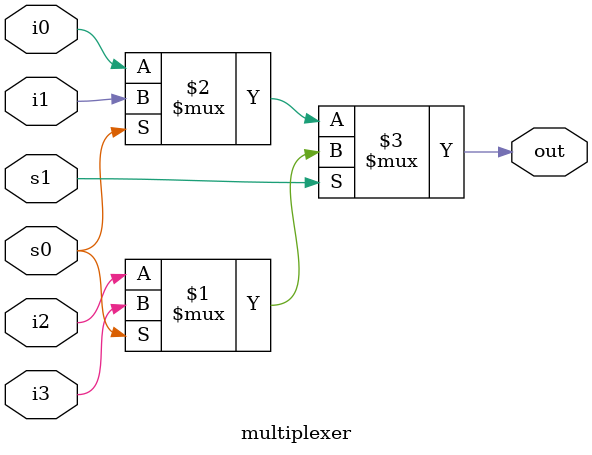
<source format=v>
module multiplexer (
    input i0, i1, i2, i3,
    output out,
    input s0, s1
);

assign out = s1 ? (s0 ? i3 : i2) : (s0 ? i1 : i0);

endmodule
</source>
